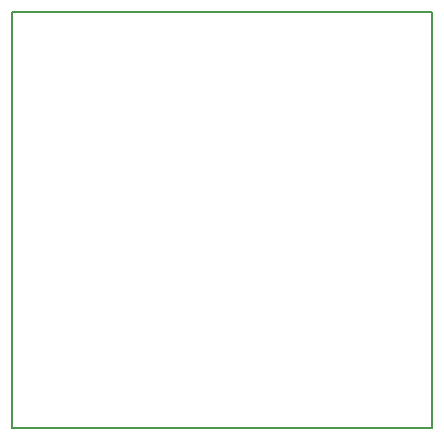
<source format=gbo>
G04 MADE WITH FRITZING*
G04 WWW.FRITZING.ORG*
G04 DOUBLE SIDED*
G04 HOLES PLATED*
G04 CONTOUR ON CENTER OF CONTOUR VECTOR*
%ASAXBY*%
%FSLAX23Y23*%
%MOIN*%
%OFA0B0*%
%SFA1.0B1.0*%
%ADD10R,1.409400X1.396440X1.393400X1.380440*%
%ADD11C,0.008000*%
%LNSILK0*%
G90*
G70*
G54D11*
X4Y1392D02*
X1405Y1392D01*
X1405Y4D01*
X4Y4D01*
X4Y1392D01*
D02*
G04 End of Silk0*
M02*
</source>
